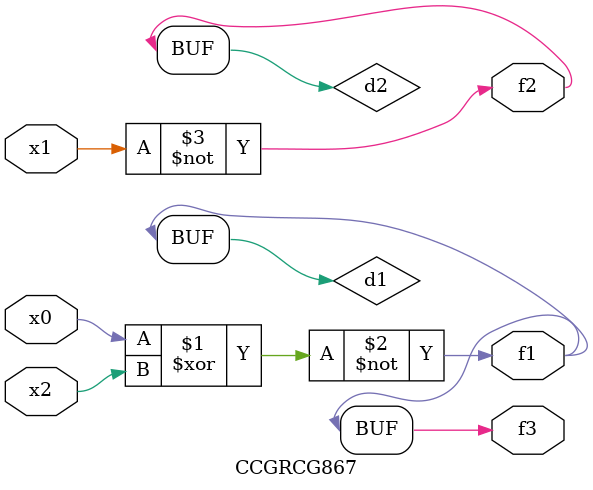
<source format=v>
module CCGRCG867(
	input x0, x1, x2,
	output f1, f2, f3
);

	wire d1, d2, d3;

	xnor (d1, x0, x2);
	nand (d2, x1);
	nor (d3, x1, x2);
	assign f1 = d1;
	assign f2 = d2;
	assign f3 = d1;
endmodule

</source>
